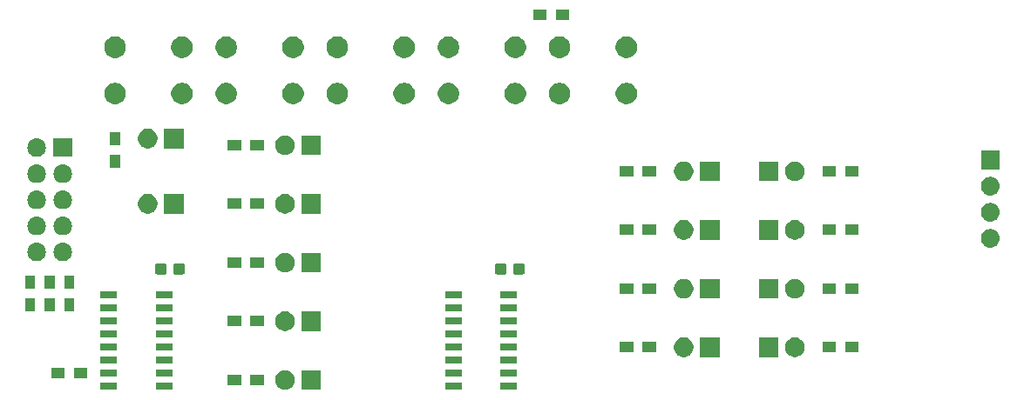
<source format=gbr>
G04 #@! TF.GenerationSoftware,KiCad,Pcbnew,(5.1.4)-1*
G04 #@! TF.CreationDate,2020-07-10T21:56:12+02:00*
G04 #@! TF.ProjectId,SBIO3,5342494f-332e-46b6-9963-61645f706362,rev?*
G04 #@! TF.SameCoordinates,Original*
G04 #@! TF.FileFunction,Soldermask,Top*
G04 #@! TF.FilePolarity,Negative*
%FSLAX46Y46*%
G04 Gerber Fmt 4.6, Leading zero omitted, Abs format (unit mm)*
G04 Created by KiCad (PCBNEW (5.1.4)-1) date 2020-07-10 21:56:12*
%MOMM*%
%LPD*%
G04 APERTURE LIST*
%ADD10C,0.100000*%
G04 APERTURE END LIST*
D10*
G36*
X123262000Y-175611000D02*
G01*
X121660000Y-175611000D01*
X121660000Y-174909000D01*
X123262000Y-174909000D01*
X123262000Y-175611000D01*
X123262000Y-175611000D01*
G37*
G36*
X117862000Y-175611000D02*
G01*
X116260000Y-175611000D01*
X116260000Y-174909000D01*
X117862000Y-174909000D01*
X117862000Y-175611000D01*
X117862000Y-175611000D01*
G37*
G36*
X84367000Y-175611000D02*
G01*
X82765000Y-175611000D01*
X82765000Y-174909000D01*
X84367000Y-174909000D01*
X84367000Y-175611000D01*
X84367000Y-175611000D01*
G37*
G36*
X89767000Y-175611000D02*
G01*
X88165000Y-175611000D01*
X88165000Y-174909000D01*
X89767000Y-174909000D01*
X89767000Y-175611000D01*
X89767000Y-175611000D01*
G37*
G36*
X104202000Y-175576000D02*
G01*
X102300000Y-175576000D01*
X102300000Y-173674000D01*
X104202000Y-173674000D01*
X104202000Y-175576000D01*
X104202000Y-175576000D01*
G37*
G36*
X100988395Y-173710546D02*
G01*
X101161466Y-173782234D01*
X101161467Y-173782235D01*
X101317227Y-173886310D01*
X101449690Y-174018773D01*
X101449691Y-174018775D01*
X101553766Y-174174534D01*
X101625454Y-174347605D01*
X101662000Y-174531333D01*
X101662000Y-174718667D01*
X101625454Y-174902395D01*
X101553766Y-175075466D01*
X101553765Y-175075467D01*
X101449690Y-175231227D01*
X101317227Y-175363690D01*
X101238818Y-175416081D01*
X101161466Y-175467766D01*
X100988395Y-175539454D01*
X100804667Y-175576000D01*
X100617333Y-175576000D01*
X100433605Y-175539454D01*
X100260534Y-175467766D01*
X100183182Y-175416081D01*
X100104773Y-175363690D01*
X99972310Y-175231227D01*
X99868235Y-175075467D01*
X99868234Y-175075466D01*
X99796546Y-174902395D01*
X99760000Y-174718667D01*
X99760000Y-174531333D01*
X99796546Y-174347605D01*
X99868234Y-174174534D01*
X99972309Y-174018775D01*
X99972310Y-174018773D01*
X100104773Y-173886310D01*
X100260533Y-173782235D01*
X100260534Y-173782234D01*
X100433605Y-173710546D01*
X100617333Y-173674000D01*
X100804667Y-173674000D01*
X100988395Y-173710546D01*
X100988395Y-173710546D01*
G37*
G36*
X98652000Y-175126000D02*
G01*
X97350000Y-175126000D01*
X97350000Y-174124000D01*
X98652000Y-174124000D01*
X98652000Y-175126000D01*
X98652000Y-175126000D01*
G37*
G36*
X96452000Y-175126000D02*
G01*
X95150000Y-175126000D01*
X95150000Y-174124000D01*
X96452000Y-174124000D01*
X96452000Y-175126000D01*
X96452000Y-175126000D01*
G37*
G36*
X81507000Y-174491000D02*
G01*
X80205000Y-174491000D01*
X80205000Y-173489000D01*
X81507000Y-173489000D01*
X81507000Y-174491000D01*
X81507000Y-174491000D01*
G37*
G36*
X79307000Y-174491000D02*
G01*
X78005000Y-174491000D01*
X78005000Y-173489000D01*
X79307000Y-173489000D01*
X79307000Y-174491000D01*
X79307000Y-174491000D01*
G37*
G36*
X89767000Y-174341000D02*
G01*
X88165000Y-174341000D01*
X88165000Y-173639000D01*
X89767000Y-173639000D01*
X89767000Y-174341000D01*
X89767000Y-174341000D01*
G37*
G36*
X84367000Y-174341000D02*
G01*
X82765000Y-174341000D01*
X82765000Y-173639000D01*
X84367000Y-173639000D01*
X84367000Y-174341000D01*
X84367000Y-174341000D01*
G37*
G36*
X123262000Y-174341000D02*
G01*
X121660000Y-174341000D01*
X121660000Y-173639000D01*
X123262000Y-173639000D01*
X123262000Y-174341000D01*
X123262000Y-174341000D01*
G37*
G36*
X117862000Y-174341000D02*
G01*
X116260000Y-174341000D01*
X116260000Y-173639000D01*
X117862000Y-173639000D01*
X117862000Y-174341000D01*
X117862000Y-174341000D01*
G37*
G36*
X89767000Y-173071000D02*
G01*
X88165000Y-173071000D01*
X88165000Y-172369000D01*
X89767000Y-172369000D01*
X89767000Y-173071000D01*
X89767000Y-173071000D01*
G37*
G36*
X123262000Y-173071000D02*
G01*
X121660000Y-173071000D01*
X121660000Y-172369000D01*
X123262000Y-172369000D01*
X123262000Y-173071000D01*
X123262000Y-173071000D01*
G37*
G36*
X117862000Y-173071000D02*
G01*
X116260000Y-173071000D01*
X116260000Y-172369000D01*
X117862000Y-172369000D01*
X117862000Y-173071000D01*
X117862000Y-173071000D01*
G37*
G36*
X84367000Y-173071000D02*
G01*
X82765000Y-173071000D01*
X82765000Y-172369000D01*
X84367000Y-172369000D01*
X84367000Y-173071000D01*
X84367000Y-173071000D01*
G37*
G36*
X139723395Y-170535546D02*
G01*
X139896466Y-170607234D01*
X139896467Y-170607235D01*
X140052227Y-170711310D01*
X140184690Y-170843773D01*
X140184691Y-170843775D01*
X140288766Y-170999534D01*
X140360454Y-171172605D01*
X140397000Y-171356333D01*
X140397000Y-171543667D01*
X140360454Y-171727395D01*
X140288766Y-171900466D01*
X140288765Y-171900467D01*
X140184690Y-172056227D01*
X140052227Y-172188690D01*
X139973818Y-172241081D01*
X139896466Y-172292766D01*
X139723395Y-172364454D01*
X139539667Y-172401000D01*
X139352333Y-172401000D01*
X139168605Y-172364454D01*
X138995534Y-172292766D01*
X138918182Y-172241081D01*
X138839773Y-172188690D01*
X138707310Y-172056227D01*
X138603235Y-171900467D01*
X138603234Y-171900466D01*
X138531546Y-171727395D01*
X138495000Y-171543667D01*
X138495000Y-171356333D01*
X138531546Y-171172605D01*
X138603234Y-170999534D01*
X138707309Y-170843775D01*
X138707310Y-170843773D01*
X138839773Y-170711310D01*
X138995533Y-170607235D01*
X138995534Y-170607234D01*
X139168605Y-170535546D01*
X139352333Y-170499000D01*
X139539667Y-170499000D01*
X139723395Y-170535546D01*
X139723395Y-170535546D01*
G37*
G36*
X142937000Y-172401000D02*
G01*
X141035000Y-172401000D01*
X141035000Y-170499000D01*
X142937000Y-170499000D01*
X142937000Y-172401000D01*
X142937000Y-172401000D01*
G37*
G36*
X148652000Y-172401000D02*
G01*
X146750000Y-172401000D01*
X146750000Y-170499000D01*
X148652000Y-170499000D01*
X148652000Y-172401000D01*
X148652000Y-172401000D01*
G37*
G36*
X150518395Y-170535546D02*
G01*
X150691466Y-170607234D01*
X150691467Y-170607235D01*
X150847227Y-170711310D01*
X150979690Y-170843773D01*
X150979691Y-170843775D01*
X151083766Y-170999534D01*
X151155454Y-171172605D01*
X151192000Y-171356333D01*
X151192000Y-171543667D01*
X151155454Y-171727395D01*
X151083766Y-171900466D01*
X151083765Y-171900467D01*
X150979690Y-172056227D01*
X150847227Y-172188690D01*
X150768818Y-172241081D01*
X150691466Y-172292766D01*
X150518395Y-172364454D01*
X150334667Y-172401000D01*
X150147333Y-172401000D01*
X149963605Y-172364454D01*
X149790534Y-172292766D01*
X149713182Y-172241081D01*
X149634773Y-172188690D01*
X149502310Y-172056227D01*
X149398235Y-171900467D01*
X149398234Y-171900466D01*
X149326546Y-171727395D01*
X149290000Y-171543667D01*
X149290000Y-171356333D01*
X149326546Y-171172605D01*
X149398234Y-170999534D01*
X149502309Y-170843775D01*
X149502310Y-170843773D01*
X149634773Y-170711310D01*
X149790533Y-170607235D01*
X149790534Y-170607234D01*
X149963605Y-170535546D01*
X150147333Y-170499000D01*
X150334667Y-170499000D01*
X150518395Y-170535546D01*
X150518395Y-170535546D01*
G37*
G36*
X156437000Y-171951000D02*
G01*
X155135000Y-171951000D01*
X155135000Y-170949000D01*
X156437000Y-170949000D01*
X156437000Y-171951000D01*
X156437000Y-171951000D01*
G37*
G36*
X154237000Y-171951000D02*
G01*
X152935000Y-171951000D01*
X152935000Y-170949000D01*
X154237000Y-170949000D01*
X154237000Y-171951000D01*
X154237000Y-171951000D01*
G37*
G36*
X134552000Y-171951000D02*
G01*
X133250000Y-171951000D01*
X133250000Y-170949000D01*
X134552000Y-170949000D01*
X134552000Y-171951000D01*
X134552000Y-171951000D01*
G37*
G36*
X136752000Y-171951000D02*
G01*
X135450000Y-171951000D01*
X135450000Y-170949000D01*
X136752000Y-170949000D01*
X136752000Y-171951000D01*
X136752000Y-171951000D01*
G37*
G36*
X117862000Y-171801000D02*
G01*
X116260000Y-171801000D01*
X116260000Y-171099000D01*
X117862000Y-171099000D01*
X117862000Y-171801000D01*
X117862000Y-171801000D01*
G37*
G36*
X123262000Y-171801000D02*
G01*
X121660000Y-171801000D01*
X121660000Y-171099000D01*
X123262000Y-171099000D01*
X123262000Y-171801000D01*
X123262000Y-171801000D01*
G37*
G36*
X84367000Y-171801000D02*
G01*
X82765000Y-171801000D01*
X82765000Y-171099000D01*
X84367000Y-171099000D01*
X84367000Y-171801000D01*
X84367000Y-171801000D01*
G37*
G36*
X89767000Y-171801000D02*
G01*
X88165000Y-171801000D01*
X88165000Y-171099000D01*
X89767000Y-171099000D01*
X89767000Y-171801000D01*
X89767000Y-171801000D01*
G37*
G36*
X89767000Y-170531000D02*
G01*
X88165000Y-170531000D01*
X88165000Y-169829000D01*
X89767000Y-169829000D01*
X89767000Y-170531000D01*
X89767000Y-170531000D01*
G37*
G36*
X123262000Y-170531000D02*
G01*
X121660000Y-170531000D01*
X121660000Y-169829000D01*
X123262000Y-169829000D01*
X123262000Y-170531000D01*
X123262000Y-170531000D01*
G37*
G36*
X117862000Y-170531000D02*
G01*
X116260000Y-170531000D01*
X116260000Y-169829000D01*
X117862000Y-169829000D01*
X117862000Y-170531000D01*
X117862000Y-170531000D01*
G37*
G36*
X84367000Y-170531000D02*
G01*
X82765000Y-170531000D01*
X82765000Y-169829000D01*
X84367000Y-169829000D01*
X84367000Y-170531000D01*
X84367000Y-170531000D01*
G37*
G36*
X100988395Y-167995546D02*
G01*
X101161466Y-168067234D01*
X101161467Y-168067235D01*
X101317227Y-168171310D01*
X101449690Y-168303773D01*
X101449691Y-168303775D01*
X101553766Y-168459534D01*
X101625454Y-168632605D01*
X101662000Y-168816333D01*
X101662000Y-169003667D01*
X101625454Y-169187395D01*
X101553766Y-169360466D01*
X101553765Y-169360467D01*
X101449690Y-169516227D01*
X101317227Y-169648690D01*
X101238818Y-169701081D01*
X101161466Y-169752766D01*
X100988395Y-169824454D01*
X100804667Y-169861000D01*
X100617333Y-169861000D01*
X100433605Y-169824454D01*
X100260534Y-169752766D01*
X100183182Y-169701081D01*
X100104773Y-169648690D01*
X99972310Y-169516227D01*
X99868235Y-169360467D01*
X99868234Y-169360466D01*
X99796546Y-169187395D01*
X99760000Y-169003667D01*
X99760000Y-168816333D01*
X99796546Y-168632605D01*
X99868234Y-168459534D01*
X99972309Y-168303775D01*
X99972310Y-168303773D01*
X100104773Y-168171310D01*
X100260533Y-168067235D01*
X100260534Y-168067234D01*
X100433605Y-167995546D01*
X100617333Y-167959000D01*
X100804667Y-167959000D01*
X100988395Y-167995546D01*
X100988395Y-167995546D01*
G37*
G36*
X104202000Y-169861000D02*
G01*
X102300000Y-169861000D01*
X102300000Y-167959000D01*
X104202000Y-167959000D01*
X104202000Y-169861000D01*
X104202000Y-169861000D01*
G37*
G36*
X96452000Y-169411000D02*
G01*
X95150000Y-169411000D01*
X95150000Y-168409000D01*
X96452000Y-168409000D01*
X96452000Y-169411000D01*
X96452000Y-169411000D01*
G37*
G36*
X98652000Y-169411000D02*
G01*
X97350000Y-169411000D01*
X97350000Y-168409000D01*
X98652000Y-168409000D01*
X98652000Y-169411000D01*
X98652000Y-169411000D01*
G37*
G36*
X123262000Y-169261000D02*
G01*
X121660000Y-169261000D01*
X121660000Y-168559000D01*
X123262000Y-168559000D01*
X123262000Y-169261000D01*
X123262000Y-169261000D01*
G37*
G36*
X117862000Y-169261000D02*
G01*
X116260000Y-169261000D01*
X116260000Y-168559000D01*
X117862000Y-168559000D01*
X117862000Y-169261000D01*
X117862000Y-169261000D01*
G37*
G36*
X84367000Y-169261000D02*
G01*
X82765000Y-169261000D01*
X82765000Y-168559000D01*
X84367000Y-168559000D01*
X84367000Y-169261000D01*
X84367000Y-169261000D01*
G37*
G36*
X89767000Y-169261000D02*
G01*
X88165000Y-169261000D01*
X88165000Y-168559000D01*
X89767000Y-168559000D01*
X89767000Y-169261000D01*
X89767000Y-169261000D01*
G37*
G36*
X117862000Y-167991000D02*
G01*
X116260000Y-167991000D01*
X116260000Y-167289000D01*
X117862000Y-167289000D01*
X117862000Y-167991000D01*
X117862000Y-167991000D01*
G37*
G36*
X89767000Y-167991000D02*
G01*
X88165000Y-167991000D01*
X88165000Y-167289000D01*
X89767000Y-167289000D01*
X89767000Y-167991000D01*
X89767000Y-167991000D01*
G37*
G36*
X123262000Y-167991000D02*
G01*
X121660000Y-167991000D01*
X121660000Y-167289000D01*
X123262000Y-167289000D01*
X123262000Y-167991000D01*
X123262000Y-167991000D01*
G37*
G36*
X84367000Y-167991000D02*
G01*
X82765000Y-167991000D01*
X82765000Y-167289000D01*
X84367000Y-167289000D01*
X84367000Y-167991000D01*
X84367000Y-167991000D01*
G37*
G36*
X80257000Y-167951000D02*
G01*
X79255000Y-167951000D01*
X79255000Y-166649000D01*
X80257000Y-166649000D01*
X80257000Y-167951000D01*
X80257000Y-167951000D01*
G37*
G36*
X78352000Y-167951000D02*
G01*
X77350000Y-167951000D01*
X77350000Y-166649000D01*
X78352000Y-166649000D01*
X78352000Y-167951000D01*
X78352000Y-167951000D01*
G37*
G36*
X76447000Y-167951000D02*
G01*
X75445000Y-167951000D01*
X75445000Y-166649000D01*
X76447000Y-166649000D01*
X76447000Y-167951000D01*
X76447000Y-167951000D01*
G37*
G36*
X117862000Y-166721000D02*
G01*
X116260000Y-166721000D01*
X116260000Y-166019000D01*
X117862000Y-166019000D01*
X117862000Y-166721000D01*
X117862000Y-166721000D01*
G37*
G36*
X123262000Y-166721000D02*
G01*
X121660000Y-166721000D01*
X121660000Y-166019000D01*
X123262000Y-166019000D01*
X123262000Y-166721000D01*
X123262000Y-166721000D01*
G37*
G36*
X84367000Y-166721000D02*
G01*
X82765000Y-166721000D01*
X82765000Y-166019000D01*
X84367000Y-166019000D01*
X84367000Y-166721000D01*
X84367000Y-166721000D01*
G37*
G36*
X89767000Y-166721000D02*
G01*
X88165000Y-166721000D01*
X88165000Y-166019000D01*
X89767000Y-166019000D01*
X89767000Y-166721000D01*
X89767000Y-166721000D01*
G37*
G36*
X148652000Y-166686000D02*
G01*
X146750000Y-166686000D01*
X146750000Y-164784000D01*
X148652000Y-164784000D01*
X148652000Y-166686000D01*
X148652000Y-166686000D01*
G37*
G36*
X139723395Y-164820546D02*
G01*
X139896466Y-164892234D01*
X139896467Y-164892235D01*
X140052227Y-164996310D01*
X140184690Y-165128773D01*
X140184691Y-165128775D01*
X140288766Y-165284534D01*
X140360454Y-165457605D01*
X140397000Y-165641333D01*
X140397000Y-165828667D01*
X140360454Y-166012395D01*
X140288766Y-166185466D01*
X140288765Y-166185467D01*
X140184690Y-166341227D01*
X140052227Y-166473690D01*
X139973818Y-166526081D01*
X139896466Y-166577766D01*
X139723395Y-166649454D01*
X139539667Y-166686000D01*
X139352333Y-166686000D01*
X139168605Y-166649454D01*
X138995534Y-166577766D01*
X138918182Y-166526081D01*
X138839773Y-166473690D01*
X138707310Y-166341227D01*
X138603235Y-166185467D01*
X138603234Y-166185466D01*
X138531546Y-166012395D01*
X138495000Y-165828667D01*
X138495000Y-165641333D01*
X138531546Y-165457605D01*
X138603234Y-165284534D01*
X138707309Y-165128775D01*
X138707310Y-165128773D01*
X138839773Y-164996310D01*
X138995533Y-164892235D01*
X138995534Y-164892234D01*
X139168605Y-164820546D01*
X139352333Y-164784000D01*
X139539667Y-164784000D01*
X139723395Y-164820546D01*
X139723395Y-164820546D01*
G37*
G36*
X142937000Y-166686000D02*
G01*
X141035000Y-166686000D01*
X141035000Y-164784000D01*
X142937000Y-164784000D01*
X142937000Y-166686000D01*
X142937000Y-166686000D01*
G37*
G36*
X150518395Y-164820546D02*
G01*
X150691466Y-164892234D01*
X150691467Y-164892235D01*
X150847227Y-164996310D01*
X150979690Y-165128773D01*
X150979691Y-165128775D01*
X151083766Y-165284534D01*
X151155454Y-165457605D01*
X151192000Y-165641333D01*
X151192000Y-165828667D01*
X151155454Y-166012395D01*
X151083766Y-166185466D01*
X151083765Y-166185467D01*
X150979690Y-166341227D01*
X150847227Y-166473690D01*
X150768818Y-166526081D01*
X150691466Y-166577766D01*
X150518395Y-166649454D01*
X150334667Y-166686000D01*
X150147333Y-166686000D01*
X149963605Y-166649454D01*
X149790534Y-166577766D01*
X149713182Y-166526081D01*
X149634773Y-166473690D01*
X149502310Y-166341227D01*
X149398235Y-166185467D01*
X149398234Y-166185466D01*
X149326546Y-166012395D01*
X149290000Y-165828667D01*
X149290000Y-165641333D01*
X149326546Y-165457605D01*
X149398234Y-165284534D01*
X149502309Y-165128775D01*
X149502310Y-165128773D01*
X149634773Y-164996310D01*
X149790533Y-164892235D01*
X149790534Y-164892234D01*
X149963605Y-164820546D01*
X150147333Y-164784000D01*
X150334667Y-164784000D01*
X150518395Y-164820546D01*
X150518395Y-164820546D01*
G37*
G36*
X154237000Y-166236000D02*
G01*
X152935000Y-166236000D01*
X152935000Y-165234000D01*
X154237000Y-165234000D01*
X154237000Y-166236000D01*
X154237000Y-166236000D01*
G37*
G36*
X134552000Y-166236000D02*
G01*
X133250000Y-166236000D01*
X133250000Y-165234000D01*
X134552000Y-165234000D01*
X134552000Y-166236000D01*
X134552000Y-166236000D01*
G37*
G36*
X136752000Y-166236000D02*
G01*
X135450000Y-166236000D01*
X135450000Y-165234000D01*
X136752000Y-165234000D01*
X136752000Y-166236000D01*
X136752000Y-166236000D01*
G37*
G36*
X156437000Y-166236000D02*
G01*
X155135000Y-166236000D01*
X155135000Y-165234000D01*
X156437000Y-165234000D01*
X156437000Y-166236000D01*
X156437000Y-166236000D01*
G37*
G36*
X80257000Y-165751000D02*
G01*
X79255000Y-165751000D01*
X79255000Y-164449000D01*
X80257000Y-164449000D01*
X80257000Y-165751000D01*
X80257000Y-165751000D01*
G37*
G36*
X76447000Y-165751000D02*
G01*
X75445000Y-165751000D01*
X75445000Y-164449000D01*
X76447000Y-164449000D01*
X76447000Y-165751000D01*
X76447000Y-165751000D01*
G37*
G36*
X78352000Y-165751000D02*
G01*
X77350000Y-165751000D01*
X77350000Y-164449000D01*
X78352000Y-164449000D01*
X78352000Y-165751000D01*
X78352000Y-165751000D01*
G37*
G36*
X122094499Y-163308445D02*
G01*
X122131995Y-163319820D01*
X122166554Y-163338292D01*
X122196847Y-163363153D01*
X122221708Y-163393446D01*
X122240180Y-163428005D01*
X122251555Y-163465501D01*
X122256000Y-163510638D01*
X122256000Y-164149362D01*
X122251555Y-164194499D01*
X122240180Y-164231995D01*
X122221708Y-164266554D01*
X122196847Y-164296847D01*
X122166554Y-164321708D01*
X122131995Y-164340180D01*
X122094499Y-164351555D01*
X122049362Y-164356000D01*
X121310638Y-164356000D01*
X121265501Y-164351555D01*
X121228005Y-164340180D01*
X121193446Y-164321708D01*
X121163153Y-164296847D01*
X121138292Y-164266554D01*
X121119820Y-164231995D01*
X121108445Y-164194499D01*
X121104000Y-164149362D01*
X121104000Y-163510638D01*
X121108445Y-163465501D01*
X121119820Y-163428005D01*
X121138292Y-163393446D01*
X121163153Y-163363153D01*
X121193446Y-163338292D01*
X121228005Y-163319820D01*
X121265501Y-163308445D01*
X121310638Y-163304000D01*
X122049362Y-163304000D01*
X122094499Y-163308445D01*
X122094499Y-163308445D01*
G37*
G36*
X123844499Y-163308445D02*
G01*
X123881995Y-163319820D01*
X123916554Y-163338292D01*
X123946847Y-163363153D01*
X123971708Y-163393446D01*
X123990180Y-163428005D01*
X124001555Y-163465501D01*
X124006000Y-163510638D01*
X124006000Y-164149362D01*
X124001555Y-164194499D01*
X123990180Y-164231995D01*
X123971708Y-164266554D01*
X123946847Y-164296847D01*
X123916554Y-164321708D01*
X123881995Y-164340180D01*
X123844499Y-164351555D01*
X123799362Y-164356000D01*
X123060638Y-164356000D01*
X123015501Y-164351555D01*
X122978005Y-164340180D01*
X122943446Y-164321708D01*
X122913153Y-164296847D01*
X122888292Y-164266554D01*
X122869820Y-164231995D01*
X122858445Y-164194499D01*
X122854000Y-164149362D01*
X122854000Y-163510638D01*
X122858445Y-163465501D01*
X122869820Y-163428005D01*
X122888292Y-163393446D01*
X122913153Y-163363153D01*
X122943446Y-163338292D01*
X122978005Y-163319820D01*
X123015501Y-163308445D01*
X123060638Y-163304000D01*
X123799362Y-163304000D01*
X123844499Y-163308445D01*
X123844499Y-163308445D01*
G37*
G36*
X89074499Y-163308445D02*
G01*
X89111995Y-163319820D01*
X89146554Y-163338292D01*
X89176847Y-163363153D01*
X89201708Y-163393446D01*
X89220180Y-163428005D01*
X89231555Y-163465501D01*
X89236000Y-163510638D01*
X89236000Y-164149362D01*
X89231555Y-164194499D01*
X89220180Y-164231995D01*
X89201708Y-164266554D01*
X89176847Y-164296847D01*
X89146554Y-164321708D01*
X89111995Y-164340180D01*
X89074499Y-164351555D01*
X89029362Y-164356000D01*
X88290638Y-164356000D01*
X88245501Y-164351555D01*
X88208005Y-164340180D01*
X88173446Y-164321708D01*
X88143153Y-164296847D01*
X88118292Y-164266554D01*
X88099820Y-164231995D01*
X88088445Y-164194499D01*
X88084000Y-164149362D01*
X88084000Y-163510638D01*
X88088445Y-163465501D01*
X88099820Y-163428005D01*
X88118292Y-163393446D01*
X88143153Y-163363153D01*
X88173446Y-163338292D01*
X88208005Y-163319820D01*
X88245501Y-163308445D01*
X88290638Y-163304000D01*
X89029362Y-163304000D01*
X89074499Y-163308445D01*
X89074499Y-163308445D01*
G37*
G36*
X90824499Y-163308445D02*
G01*
X90861995Y-163319820D01*
X90896554Y-163338292D01*
X90926847Y-163363153D01*
X90951708Y-163393446D01*
X90970180Y-163428005D01*
X90981555Y-163465501D01*
X90986000Y-163510638D01*
X90986000Y-164149362D01*
X90981555Y-164194499D01*
X90970180Y-164231995D01*
X90951708Y-164266554D01*
X90926847Y-164296847D01*
X90896554Y-164321708D01*
X90861995Y-164340180D01*
X90824499Y-164351555D01*
X90779362Y-164356000D01*
X90040638Y-164356000D01*
X89995501Y-164351555D01*
X89958005Y-164340180D01*
X89923446Y-164321708D01*
X89893153Y-164296847D01*
X89868292Y-164266554D01*
X89849820Y-164231995D01*
X89838445Y-164194499D01*
X89834000Y-164149362D01*
X89834000Y-163510638D01*
X89838445Y-163465501D01*
X89849820Y-163428005D01*
X89868292Y-163393446D01*
X89893153Y-163363153D01*
X89923446Y-163338292D01*
X89958005Y-163319820D01*
X89995501Y-163308445D01*
X90040638Y-163304000D01*
X90779362Y-163304000D01*
X90824499Y-163308445D01*
X90824499Y-163308445D01*
G37*
G36*
X100988395Y-162280546D02*
G01*
X101161466Y-162352234D01*
X101161467Y-162352235D01*
X101317227Y-162456310D01*
X101449690Y-162588773D01*
X101449691Y-162588775D01*
X101553766Y-162744534D01*
X101625454Y-162917605D01*
X101662000Y-163101333D01*
X101662000Y-163288667D01*
X101625454Y-163472395D01*
X101553766Y-163645466D01*
X101553765Y-163645467D01*
X101449690Y-163801227D01*
X101317227Y-163933690D01*
X101238818Y-163986081D01*
X101161466Y-164037766D01*
X100988395Y-164109454D01*
X100804667Y-164146000D01*
X100617333Y-164146000D01*
X100433605Y-164109454D01*
X100260534Y-164037766D01*
X100183182Y-163986081D01*
X100104773Y-163933690D01*
X99972310Y-163801227D01*
X99868235Y-163645467D01*
X99868234Y-163645466D01*
X99796546Y-163472395D01*
X99760000Y-163288667D01*
X99760000Y-163101333D01*
X99796546Y-162917605D01*
X99868234Y-162744534D01*
X99972309Y-162588775D01*
X99972310Y-162588773D01*
X100104773Y-162456310D01*
X100260533Y-162352235D01*
X100260534Y-162352234D01*
X100433605Y-162280546D01*
X100617333Y-162244000D01*
X100804667Y-162244000D01*
X100988395Y-162280546D01*
X100988395Y-162280546D01*
G37*
G36*
X104202000Y-164146000D02*
G01*
X102300000Y-164146000D01*
X102300000Y-162244000D01*
X104202000Y-162244000D01*
X104202000Y-164146000D01*
X104202000Y-164146000D01*
G37*
G36*
X98652000Y-163696000D02*
G01*
X97350000Y-163696000D01*
X97350000Y-162694000D01*
X98652000Y-162694000D01*
X98652000Y-163696000D01*
X98652000Y-163696000D01*
G37*
G36*
X96452000Y-163696000D02*
G01*
X95150000Y-163696000D01*
X95150000Y-162694000D01*
X96452000Y-162694000D01*
X96452000Y-163696000D01*
X96452000Y-163696000D01*
G37*
G36*
X76691443Y-161284519D02*
G01*
X76757627Y-161291037D01*
X76927466Y-161342557D01*
X77083991Y-161426222D01*
X77119729Y-161455552D01*
X77221186Y-161538814D01*
X77304448Y-161640271D01*
X77333778Y-161676009D01*
X77417443Y-161832534D01*
X77468963Y-162002373D01*
X77486359Y-162179000D01*
X77468963Y-162355627D01*
X77417443Y-162525466D01*
X77333778Y-162681991D01*
X77323922Y-162694000D01*
X77221186Y-162819186D01*
X77119729Y-162902448D01*
X77083991Y-162931778D01*
X76927466Y-163015443D01*
X76757627Y-163066963D01*
X76691442Y-163073482D01*
X76625260Y-163080000D01*
X76536740Y-163080000D01*
X76470558Y-163073482D01*
X76404373Y-163066963D01*
X76234534Y-163015443D01*
X76078009Y-162931778D01*
X76042271Y-162902448D01*
X75940814Y-162819186D01*
X75838078Y-162694000D01*
X75828222Y-162681991D01*
X75744557Y-162525466D01*
X75693037Y-162355627D01*
X75675641Y-162179000D01*
X75693037Y-162002373D01*
X75744557Y-161832534D01*
X75828222Y-161676009D01*
X75857552Y-161640271D01*
X75940814Y-161538814D01*
X76042271Y-161455552D01*
X76078009Y-161426222D01*
X76234534Y-161342557D01*
X76404373Y-161291037D01*
X76470557Y-161284519D01*
X76536740Y-161278000D01*
X76625260Y-161278000D01*
X76691443Y-161284519D01*
X76691443Y-161284519D01*
G37*
G36*
X79231443Y-161284519D02*
G01*
X79297627Y-161291037D01*
X79467466Y-161342557D01*
X79623991Y-161426222D01*
X79659729Y-161455552D01*
X79761186Y-161538814D01*
X79844448Y-161640271D01*
X79873778Y-161676009D01*
X79957443Y-161832534D01*
X80008963Y-162002373D01*
X80026359Y-162179000D01*
X80008963Y-162355627D01*
X79957443Y-162525466D01*
X79873778Y-162681991D01*
X79863922Y-162694000D01*
X79761186Y-162819186D01*
X79659729Y-162902448D01*
X79623991Y-162931778D01*
X79467466Y-163015443D01*
X79297627Y-163066963D01*
X79231442Y-163073482D01*
X79165260Y-163080000D01*
X79076740Y-163080000D01*
X79010558Y-163073482D01*
X78944373Y-163066963D01*
X78774534Y-163015443D01*
X78618009Y-162931778D01*
X78582271Y-162902448D01*
X78480814Y-162819186D01*
X78378078Y-162694000D01*
X78368222Y-162681991D01*
X78284557Y-162525466D01*
X78233037Y-162355627D01*
X78215641Y-162179000D01*
X78233037Y-162002373D01*
X78284557Y-161832534D01*
X78368222Y-161676009D01*
X78397552Y-161640271D01*
X78480814Y-161538814D01*
X78582271Y-161455552D01*
X78618009Y-161426222D01*
X78774534Y-161342557D01*
X78944373Y-161291037D01*
X79010557Y-161284519D01*
X79076740Y-161278000D01*
X79165260Y-161278000D01*
X79231443Y-161284519D01*
X79231443Y-161284519D01*
G37*
G36*
X169337942Y-159951018D02*
G01*
X169404127Y-159957537D01*
X169573966Y-160009057D01*
X169730491Y-160092722D01*
X169756010Y-160113665D01*
X169867686Y-160205314D01*
X169950948Y-160306771D01*
X169980278Y-160342509D01*
X170063943Y-160499034D01*
X170115463Y-160668873D01*
X170132859Y-160845500D01*
X170115463Y-161022127D01*
X170063943Y-161191966D01*
X169980278Y-161348491D01*
X169950948Y-161384229D01*
X169867686Y-161485686D01*
X169766229Y-161568948D01*
X169730491Y-161598278D01*
X169573966Y-161681943D01*
X169404127Y-161733463D01*
X169337942Y-161739982D01*
X169271760Y-161746500D01*
X169183240Y-161746500D01*
X169117058Y-161739982D01*
X169050873Y-161733463D01*
X168881034Y-161681943D01*
X168724509Y-161598278D01*
X168688771Y-161568948D01*
X168587314Y-161485686D01*
X168504052Y-161384229D01*
X168474722Y-161348491D01*
X168391057Y-161191966D01*
X168339537Y-161022127D01*
X168322141Y-160845500D01*
X168339537Y-160668873D01*
X168391057Y-160499034D01*
X168474722Y-160342509D01*
X168504052Y-160306771D01*
X168587314Y-160205314D01*
X168698990Y-160113665D01*
X168724509Y-160092722D01*
X168881034Y-160009057D01*
X169050873Y-159957537D01*
X169117058Y-159951018D01*
X169183240Y-159944500D01*
X169271760Y-159944500D01*
X169337942Y-159951018D01*
X169337942Y-159951018D01*
G37*
G36*
X150518395Y-159105546D02*
G01*
X150691466Y-159177234D01*
X150768818Y-159228919D01*
X150847227Y-159281310D01*
X150979690Y-159413773D01*
X150979691Y-159413775D01*
X151083766Y-159569534D01*
X151155454Y-159742605D01*
X151192000Y-159926333D01*
X151192000Y-160113667D01*
X151155454Y-160297395D01*
X151083766Y-160470466D01*
X151083765Y-160470467D01*
X150979690Y-160626227D01*
X150847227Y-160758690D01*
X150768818Y-160811081D01*
X150691466Y-160862766D01*
X150518395Y-160934454D01*
X150334667Y-160971000D01*
X150147333Y-160971000D01*
X149963605Y-160934454D01*
X149790534Y-160862766D01*
X149713182Y-160811081D01*
X149634773Y-160758690D01*
X149502310Y-160626227D01*
X149398235Y-160470467D01*
X149398234Y-160470466D01*
X149326546Y-160297395D01*
X149290000Y-160113667D01*
X149290000Y-159926333D01*
X149326546Y-159742605D01*
X149398234Y-159569534D01*
X149502309Y-159413775D01*
X149502310Y-159413773D01*
X149634773Y-159281310D01*
X149713182Y-159228919D01*
X149790534Y-159177234D01*
X149963605Y-159105546D01*
X150147333Y-159069000D01*
X150334667Y-159069000D01*
X150518395Y-159105546D01*
X150518395Y-159105546D01*
G37*
G36*
X148652000Y-160971000D02*
G01*
X146750000Y-160971000D01*
X146750000Y-159069000D01*
X148652000Y-159069000D01*
X148652000Y-160971000D01*
X148652000Y-160971000D01*
G37*
G36*
X139723395Y-159105546D02*
G01*
X139896466Y-159177234D01*
X139973818Y-159228919D01*
X140052227Y-159281310D01*
X140184690Y-159413773D01*
X140184691Y-159413775D01*
X140288766Y-159569534D01*
X140360454Y-159742605D01*
X140397000Y-159926333D01*
X140397000Y-160113667D01*
X140360454Y-160297395D01*
X140288766Y-160470466D01*
X140288765Y-160470467D01*
X140184690Y-160626227D01*
X140052227Y-160758690D01*
X139973818Y-160811081D01*
X139896466Y-160862766D01*
X139723395Y-160934454D01*
X139539667Y-160971000D01*
X139352333Y-160971000D01*
X139168605Y-160934454D01*
X138995534Y-160862766D01*
X138918182Y-160811081D01*
X138839773Y-160758690D01*
X138707310Y-160626227D01*
X138603235Y-160470467D01*
X138603234Y-160470466D01*
X138531546Y-160297395D01*
X138495000Y-160113667D01*
X138495000Y-159926333D01*
X138531546Y-159742605D01*
X138603234Y-159569534D01*
X138707309Y-159413775D01*
X138707310Y-159413773D01*
X138839773Y-159281310D01*
X138918182Y-159228919D01*
X138995534Y-159177234D01*
X139168605Y-159105546D01*
X139352333Y-159069000D01*
X139539667Y-159069000D01*
X139723395Y-159105546D01*
X139723395Y-159105546D01*
G37*
G36*
X142937000Y-160971000D02*
G01*
X141035000Y-160971000D01*
X141035000Y-159069000D01*
X142937000Y-159069000D01*
X142937000Y-160971000D01*
X142937000Y-160971000D01*
G37*
G36*
X76691442Y-158744518D02*
G01*
X76757627Y-158751037D01*
X76927466Y-158802557D01*
X77083991Y-158886222D01*
X77119729Y-158915552D01*
X77221186Y-158998814D01*
X77278785Y-159069000D01*
X77333778Y-159136009D01*
X77417443Y-159292534D01*
X77468963Y-159462373D01*
X77486359Y-159639000D01*
X77468963Y-159815627D01*
X77417443Y-159985466D01*
X77333778Y-160141991D01*
X77304448Y-160177729D01*
X77221186Y-160279186D01*
X77144023Y-160342511D01*
X77083991Y-160391778D01*
X76927466Y-160475443D01*
X76757627Y-160526963D01*
X76691442Y-160533482D01*
X76625260Y-160540000D01*
X76536740Y-160540000D01*
X76470558Y-160533482D01*
X76404373Y-160526963D01*
X76234534Y-160475443D01*
X76078009Y-160391778D01*
X76017977Y-160342511D01*
X75940814Y-160279186D01*
X75857552Y-160177729D01*
X75828222Y-160141991D01*
X75744557Y-159985466D01*
X75693037Y-159815627D01*
X75675641Y-159639000D01*
X75693037Y-159462373D01*
X75744557Y-159292534D01*
X75828222Y-159136009D01*
X75883215Y-159069000D01*
X75940814Y-158998814D01*
X76042271Y-158915552D01*
X76078009Y-158886222D01*
X76234534Y-158802557D01*
X76404373Y-158751037D01*
X76470558Y-158744518D01*
X76536740Y-158738000D01*
X76625260Y-158738000D01*
X76691442Y-158744518D01*
X76691442Y-158744518D01*
G37*
G36*
X79231442Y-158744518D02*
G01*
X79297627Y-158751037D01*
X79467466Y-158802557D01*
X79623991Y-158886222D01*
X79659729Y-158915552D01*
X79761186Y-158998814D01*
X79818785Y-159069000D01*
X79873778Y-159136009D01*
X79957443Y-159292534D01*
X80008963Y-159462373D01*
X80026359Y-159639000D01*
X80008963Y-159815627D01*
X79957443Y-159985466D01*
X79873778Y-160141991D01*
X79844448Y-160177729D01*
X79761186Y-160279186D01*
X79684023Y-160342511D01*
X79623991Y-160391778D01*
X79467466Y-160475443D01*
X79297627Y-160526963D01*
X79231442Y-160533482D01*
X79165260Y-160540000D01*
X79076740Y-160540000D01*
X79010558Y-160533482D01*
X78944373Y-160526963D01*
X78774534Y-160475443D01*
X78618009Y-160391778D01*
X78557977Y-160342511D01*
X78480814Y-160279186D01*
X78397552Y-160177729D01*
X78368222Y-160141991D01*
X78284557Y-159985466D01*
X78233037Y-159815627D01*
X78215641Y-159639000D01*
X78233037Y-159462373D01*
X78284557Y-159292534D01*
X78368222Y-159136009D01*
X78423215Y-159069000D01*
X78480814Y-158998814D01*
X78582271Y-158915552D01*
X78618009Y-158886222D01*
X78774534Y-158802557D01*
X78944373Y-158751037D01*
X79010558Y-158744518D01*
X79076740Y-158738000D01*
X79165260Y-158738000D01*
X79231442Y-158744518D01*
X79231442Y-158744518D01*
G37*
G36*
X156437000Y-160521000D02*
G01*
X155135000Y-160521000D01*
X155135000Y-159519000D01*
X156437000Y-159519000D01*
X156437000Y-160521000D01*
X156437000Y-160521000D01*
G37*
G36*
X134552000Y-160521000D02*
G01*
X133250000Y-160521000D01*
X133250000Y-159519000D01*
X134552000Y-159519000D01*
X134552000Y-160521000D01*
X134552000Y-160521000D01*
G37*
G36*
X136752000Y-160521000D02*
G01*
X135450000Y-160521000D01*
X135450000Y-159519000D01*
X136752000Y-159519000D01*
X136752000Y-160521000D01*
X136752000Y-160521000D01*
G37*
G36*
X154237000Y-160521000D02*
G01*
X152935000Y-160521000D01*
X152935000Y-159519000D01*
X154237000Y-159519000D01*
X154237000Y-160521000D01*
X154237000Y-160521000D01*
G37*
G36*
X169337942Y-157411018D02*
G01*
X169404127Y-157417537D01*
X169573966Y-157469057D01*
X169730491Y-157552722D01*
X169756010Y-157573665D01*
X169867686Y-157665314D01*
X169950948Y-157766771D01*
X169980278Y-157802509D01*
X170063943Y-157959034D01*
X170115463Y-158128873D01*
X170132859Y-158305500D01*
X170115463Y-158482127D01*
X170063943Y-158651966D01*
X169980278Y-158808491D01*
X169950948Y-158844229D01*
X169867686Y-158945686D01*
X169766229Y-159028948D01*
X169730491Y-159058278D01*
X169573966Y-159141943D01*
X169404127Y-159193463D01*
X169337942Y-159199982D01*
X169271760Y-159206500D01*
X169183240Y-159206500D01*
X169117058Y-159199982D01*
X169050873Y-159193463D01*
X168881034Y-159141943D01*
X168724509Y-159058278D01*
X168688771Y-159028948D01*
X168587314Y-158945686D01*
X168504052Y-158844229D01*
X168474722Y-158808491D01*
X168391057Y-158651966D01*
X168339537Y-158482127D01*
X168322141Y-158305500D01*
X168339537Y-158128873D01*
X168391057Y-157959034D01*
X168474722Y-157802509D01*
X168504052Y-157766771D01*
X168587314Y-157665314D01*
X168698990Y-157573665D01*
X168724509Y-157552722D01*
X168881034Y-157469057D01*
X169050873Y-157417537D01*
X169117058Y-157411018D01*
X169183240Y-157404500D01*
X169271760Y-157404500D01*
X169337942Y-157411018D01*
X169337942Y-157411018D01*
G37*
G36*
X87653395Y-156565546D02*
G01*
X87826466Y-156637234D01*
X87903818Y-156688919D01*
X87982227Y-156741310D01*
X88114690Y-156873773D01*
X88114691Y-156873775D01*
X88218766Y-157029534D01*
X88290454Y-157202605D01*
X88327000Y-157386333D01*
X88327000Y-157573667D01*
X88290454Y-157757395D01*
X88218766Y-157930466D01*
X88218765Y-157930467D01*
X88114690Y-158086227D01*
X87982227Y-158218690D01*
X87903818Y-158271081D01*
X87826466Y-158322766D01*
X87653395Y-158394454D01*
X87469667Y-158431000D01*
X87282333Y-158431000D01*
X87098605Y-158394454D01*
X86925534Y-158322766D01*
X86848182Y-158271081D01*
X86769773Y-158218690D01*
X86637310Y-158086227D01*
X86533235Y-157930467D01*
X86533234Y-157930466D01*
X86461546Y-157757395D01*
X86425000Y-157573667D01*
X86425000Y-157386333D01*
X86461546Y-157202605D01*
X86533234Y-157029534D01*
X86637309Y-156873775D01*
X86637310Y-156873773D01*
X86769773Y-156741310D01*
X86848182Y-156688919D01*
X86925534Y-156637234D01*
X87098605Y-156565546D01*
X87282333Y-156529000D01*
X87469667Y-156529000D01*
X87653395Y-156565546D01*
X87653395Y-156565546D01*
G37*
G36*
X100988395Y-156565546D02*
G01*
X101161466Y-156637234D01*
X101238818Y-156688919D01*
X101317227Y-156741310D01*
X101449690Y-156873773D01*
X101449691Y-156873775D01*
X101553766Y-157029534D01*
X101625454Y-157202605D01*
X101662000Y-157386333D01*
X101662000Y-157573667D01*
X101625454Y-157757395D01*
X101553766Y-157930466D01*
X101553765Y-157930467D01*
X101449690Y-158086227D01*
X101317227Y-158218690D01*
X101238818Y-158271081D01*
X101161466Y-158322766D01*
X100988395Y-158394454D01*
X100804667Y-158431000D01*
X100617333Y-158431000D01*
X100433605Y-158394454D01*
X100260534Y-158322766D01*
X100183182Y-158271081D01*
X100104773Y-158218690D01*
X99972310Y-158086227D01*
X99868235Y-157930467D01*
X99868234Y-157930466D01*
X99796546Y-157757395D01*
X99760000Y-157573667D01*
X99760000Y-157386333D01*
X99796546Y-157202605D01*
X99868234Y-157029534D01*
X99972309Y-156873775D01*
X99972310Y-156873773D01*
X100104773Y-156741310D01*
X100183182Y-156688919D01*
X100260534Y-156637234D01*
X100433605Y-156565546D01*
X100617333Y-156529000D01*
X100804667Y-156529000D01*
X100988395Y-156565546D01*
X100988395Y-156565546D01*
G37*
G36*
X90867000Y-158431000D02*
G01*
X88965000Y-158431000D01*
X88965000Y-156529000D01*
X90867000Y-156529000D01*
X90867000Y-158431000D01*
X90867000Y-158431000D01*
G37*
G36*
X104202000Y-158431000D02*
G01*
X102300000Y-158431000D01*
X102300000Y-156529000D01*
X104202000Y-156529000D01*
X104202000Y-158431000D01*
X104202000Y-158431000D01*
G37*
G36*
X79231442Y-156204518D02*
G01*
X79297627Y-156211037D01*
X79467466Y-156262557D01*
X79623991Y-156346222D01*
X79659729Y-156375552D01*
X79761186Y-156458814D01*
X79818785Y-156529000D01*
X79873778Y-156596009D01*
X79957443Y-156752534D01*
X80008963Y-156922373D01*
X80026359Y-157099000D01*
X80008963Y-157275627D01*
X79957443Y-157445466D01*
X79873778Y-157601991D01*
X79844448Y-157637729D01*
X79761186Y-157739186D01*
X79684023Y-157802511D01*
X79623991Y-157851778D01*
X79467466Y-157935443D01*
X79297627Y-157986963D01*
X79231443Y-157993481D01*
X79165260Y-158000000D01*
X79076740Y-158000000D01*
X79010557Y-157993481D01*
X78944373Y-157986963D01*
X78774534Y-157935443D01*
X78618009Y-157851778D01*
X78557977Y-157802511D01*
X78480814Y-157739186D01*
X78397552Y-157637729D01*
X78368222Y-157601991D01*
X78284557Y-157445466D01*
X78233037Y-157275627D01*
X78215641Y-157099000D01*
X78233037Y-156922373D01*
X78284557Y-156752534D01*
X78368222Y-156596009D01*
X78423215Y-156529000D01*
X78480814Y-156458814D01*
X78582271Y-156375552D01*
X78618009Y-156346222D01*
X78774534Y-156262557D01*
X78944373Y-156211037D01*
X79010558Y-156204518D01*
X79076740Y-156198000D01*
X79165260Y-156198000D01*
X79231442Y-156204518D01*
X79231442Y-156204518D01*
G37*
G36*
X76691442Y-156204518D02*
G01*
X76757627Y-156211037D01*
X76927466Y-156262557D01*
X77083991Y-156346222D01*
X77119729Y-156375552D01*
X77221186Y-156458814D01*
X77278785Y-156529000D01*
X77333778Y-156596009D01*
X77417443Y-156752534D01*
X77468963Y-156922373D01*
X77486359Y-157099000D01*
X77468963Y-157275627D01*
X77417443Y-157445466D01*
X77333778Y-157601991D01*
X77304448Y-157637729D01*
X77221186Y-157739186D01*
X77144023Y-157802511D01*
X77083991Y-157851778D01*
X76927466Y-157935443D01*
X76757627Y-157986963D01*
X76691443Y-157993481D01*
X76625260Y-158000000D01*
X76536740Y-158000000D01*
X76470557Y-157993481D01*
X76404373Y-157986963D01*
X76234534Y-157935443D01*
X76078009Y-157851778D01*
X76017977Y-157802511D01*
X75940814Y-157739186D01*
X75857552Y-157637729D01*
X75828222Y-157601991D01*
X75744557Y-157445466D01*
X75693037Y-157275627D01*
X75675641Y-157099000D01*
X75693037Y-156922373D01*
X75744557Y-156752534D01*
X75828222Y-156596009D01*
X75883215Y-156529000D01*
X75940814Y-156458814D01*
X76042271Y-156375552D01*
X76078009Y-156346222D01*
X76234534Y-156262557D01*
X76404373Y-156211037D01*
X76470558Y-156204518D01*
X76536740Y-156198000D01*
X76625260Y-156198000D01*
X76691442Y-156204518D01*
X76691442Y-156204518D01*
G37*
G36*
X96452000Y-157981000D02*
G01*
X95150000Y-157981000D01*
X95150000Y-156979000D01*
X96452000Y-156979000D01*
X96452000Y-157981000D01*
X96452000Y-157981000D01*
G37*
G36*
X98652000Y-157981000D02*
G01*
X97350000Y-157981000D01*
X97350000Y-156979000D01*
X98652000Y-156979000D01*
X98652000Y-157981000D01*
X98652000Y-157981000D01*
G37*
G36*
X169337943Y-154871019D02*
G01*
X169404127Y-154877537D01*
X169573966Y-154929057D01*
X169730491Y-155012722D01*
X169766229Y-155042052D01*
X169867686Y-155125314D01*
X169950948Y-155226771D01*
X169980278Y-155262509D01*
X170063943Y-155419034D01*
X170115463Y-155588873D01*
X170132859Y-155765500D01*
X170115463Y-155942127D01*
X170063943Y-156111966D01*
X169980278Y-156268491D01*
X169950948Y-156304229D01*
X169867686Y-156405686D01*
X169766229Y-156488948D01*
X169730491Y-156518278D01*
X169573966Y-156601943D01*
X169404127Y-156653463D01*
X169337942Y-156659982D01*
X169271760Y-156666500D01*
X169183240Y-156666500D01*
X169117058Y-156659982D01*
X169050873Y-156653463D01*
X168881034Y-156601943D01*
X168724509Y-156518278D01*
X168688771Y-156488948D01*
X168587314Y-156405686D01*
X168504052Y-156304229D01*
X168474722Y-156268491D01*
X168391057Y-156111966D01*
X168339537Y-155942127D01*
X168322141Y-155765500D01*
X168339537Y-155588873D01*
X168391057Y-155419034D01*
X168474722Y-155262509D01*
X168504052Y-155226771D01*
X168587314Y-155125314D01*
X168688771Y-155042052D01*
X168724509Y-155012722D01*
X168881034Y-154929057D01*
X169050873Y-154877537D01*
X169117057Y-154871019D01*
X169183240Y-154864500D01*
X169271760Y-154864500D01*
X169337943Y-154871019D01*
X169337943Y-154871019D01*
G37*
G36*
X76691442Y-153664518D02*
G01*
X76757627Y-153671037D01*
X76927466Y-153722557D01*
X77083991Y-153806222D01*
X77119729Y-153835552D01*
X77221186Y-153918814D01*
X77304448Y-154020271D01*
X77333778Y-154056009D01*
X77417443Y-154212534D01*
X77468963Y-154382373D01*
X77486359Y-154559000D01*
X77468963Y-154735627D01*
X77417443Y-154905466D01*
X77333778Y-155061991D01*
X77304448Y-155097729D01*
X77221186Y-155199186D01*
X77144023Y-155262511D01*
X77083991Y-155311778D01*
X76927466Y-155395443D01*
X76757627Y-155446963D01*
X76691442Y-155453482D01*
X76625260Y-155460000D01*
X76536740Y-155460000D01*
X76470558Y-155453482D01*
X76404373Y-155446963D01*
X76234534Y-155395443D01*
X76078009Y-155311778D01*
X76017977Y-155262511D01*
X75940814Y-155199186D01*
X75857552Y-155097729D01*
X75828222Y-155061991D01*
X75744557Y-154905466D01*
X75693037Y-154735627D01*
X75675641Y-154559000D01*
X75693037Y-154382373D01*
X75744557Y-154212534D01*
X75828222Y-154056009D01*
X75857552Y-154020271D01*
X75940814Y-153918814D01*
X76042271Y-153835552D01*
X76078009Y-153806222D01*
X76234534Y-153722557D01*
X76404373Y-153671037D01*
X76470558Y-153664518D01*
X76536740Y-153658000D01*
X76625260Y-153658000D01*
X76691442Y-153664518D01*
X76691442Y-153664518D01*
G37*
G36*
X79231442Y-153664518D02*
G01*
X79297627Y-153671037D01*
X79467466Y-153722557D01*
X79623991Y-153806222D01*
X79659729Y-153835552D01*
X79761186Y-153918814D01*
X79844448Y-154020271D01*
X79873778Y-154056009D01*
X79957443Y-154212534D01*
X80008963Y-154382373D01*
X80026359Y-154559000D01*
X80008963Y-154735627D01*
X79957443Y-154905466D01*
X79873778Y-155061991D01*
X79844448Y-155097729D01*
X79761186Y-155199186D01*
X79684023Y-155262511D01*
X79623991Y-155311778D01*
X79467466Y-155395443D01*
X79297627Y-155446963D01*
X79231442Y-155453482D01*
X79165260Y-155460000D01*
X79076740Y-155460000D01*
X79010558Y-155453482D01*
X78944373Y-155446963D01*
X78774534Y-155395443D01*
X78618009Y-155311778D01*
X78557977Y-155262511D01*
X78480814Y-155199186D01*
X78397552Y-155097729D01*
X78368222Y-155061991D01*
X78284557Y-154905466D01*
X78233037Y-154735627D01*
X78215641Y-154559000D01*
X78233037Y-154382373D01*
X78284557Y-154212534D01*
X78368222Y-154056009D01*
X78397552Y-154020271D01*
X78480814Y-153918814D01*
X78582271Y-153835552D01*
X78618009Y-153806222D01*
X78774534Y-153722557D01*
X78944373Y-153671037D01*
X79010558Y-153664518D01*
X79076740Y-153658000D01*
X79165260Y-153658000D01*
X79231442Y-153664518D01*
X79231442Y-153664518D01*
G37*
G36*
X150518395Y-153390546D02*
G01*
X150691466Y-153462234D01*
X150691467Y-153462235D01*
X150847227Y-153566310D01*
X150979690Y-153698773D01*
X151032081Y-153777182D01*
X151083766Y-153854534D01*
X151155454Y-154027605D01*
X151192000Y-154211333D01*
X151192000Y-154398667D01*
X151155454Y-154582395D01*
X151083766Y-154755466D01*
X151083765Y-154755467D01*
X150979690Y-154911227D01*
X150847227Y-155043690D01*
X150819840Y-155061989D01*
X150691466Y-155147766D01*
X150518395Y-155219454D01*
X150334667Y-155256000D01*
X150147333Y-155256000D01*
X149963605Y-155219454D01*
X149790534Y-155147766D01*
X149662160Y-155061989D01*
X149634773Y-155043690D01*
X149502310Y-154911227D01*
X149398235Y-154755467D01*
X149398234Y-154755466D01*
X149326546Y-154582395D01*
X149290000Y-154398667D01*
X149290000Y-154211333D01*
X149326546Y-154027605D01*
X149398234Y-153854534D01*
X149449919Y-153777182D01*
X149502310Y-153698773D01*
X149634773Y-153566310D01*
X149790533Y-153462235D01*
X149790534Y-153462234D01*
X149963605Y-153390546D01*
X150147333Y-153354000D01*
X150334667Y-153354000D01*
X150518395Y-153390546D01*
X150518395Y-153390546D01*
G37*
G36*
X148652000Y-155256000D02*
G01*
X146750000Y-155256000D01*
X146750000Y-153354000D01*
X148652000Y-153354000D01*
X148652000Y-155256000D01*
X148652000Y-155256000D01*
G37*
G36*
X142937000Y-155256000D02*
G01*
X141035000Y-155256000D01*
X141035000Y-153354000D01*
X142937000Y-153354000D01*
X142937000Y-155256000D01*
X142937000Y-155256000D01*
G37*
G36*
X139723395Y-153390546D02*
G01*
X139896466Y-153462234D01*
X139896467Y-153462235D01*
X140052227Y-153566310D01*
X140184690Y-153698773D01*
X140237081Y-153777182D01*
X140288766Y-153854534D01*
X140360454Y-154027605D01*
X140397000Y-154211333D01*
X140397000Y-154398667D01*
X140360454Y-154582395D01*
X140288766Y-154755466D01*
X140288765Y-154755467D01*
X140184690Y-154911227D01*
X140052227Y-155043690D01*
X140024840Y-155061989D01*
X139896466Y-155147766D01*
X139723395Y-155219454D01*
X139539667Y-155256000D01*
X139352333Y-155256000D01*
X139168605Y-155219454D01*
X138995534Y-155147766D01*
X138867160Y-155061989D01*
X138839773Y-155043690D01*
X138707310Y-154911227D01*
X138603235Y-154755467D01*
X138603234Y-154755466D01*
X138531546Y-154582395D01*
X138495000Y-154398667D01*
X138495000Y-154211333D01*
X138531546Y-154027605D01*
X138603234Y-153854534D01*
X138654919Y-153777182D01*
X138707310Y-153698773D01*
X138839773Y-153566310D01*
X138995533Y-153462235D01*
X138995534Y-153462234D01*
X139168605Y-153390546D01*
X139352333Y-153354000D01*
X139539667Y-153354000D01*
X139723395Y-153390546D01*
X139723395Y-153390546D01*
G37*
G36*
X134552000Y-154806000D02*
G01*
X133250000Y-154806000D01*
X133250000Y-153804000D01*
X134552000Y-153804000D01*
X134552000Y-154806000D01*
X134552000Y-154806000D01*
G37*
G36*
X154237000Y-154806000D02*
G01*
X152935000Y-154806000D01*
X152935000Y-153804000D01*
X154237000Y-153804000D01*
X154237000Y-154806000D01*
X154237000Y-154806000D01*
G37*
G36*
X156437000Y-154806000D02*
G01*
X155135000Y-154806000D01*
X155135000Y-153804000D01*
X156437000Y-153804000D01*
X156437000Y-154806000D01*
X156437000Y-154806000D01*
G37*
G36*
X136752000Y-154806000D02*
G01*
X135450000Y-154806000D01*
X135450000Y-153804000D01*
X136752000Y-153804000D01*
X136752000Y-154806000D01*
X136752000Y-154806000D01*
G37*
G36*
X170128500Y-154126500D02*
G01*
X168326500Y-154126500D01*
X168326500Y-152324500D01*
X170128500Y-152324500D01*
X170128500Y-154126500D01*
X170128500Y-154126500D01*
G37*
G36*
X84702000Y-153981000D02*
G01*
X83700000Y-153981000D01*
X83700000Y-152679000D01*
X84702000Y-152679000D01*
X84702000Y-153981000D01*
X84702000Y-153981000D01*
G37*
G36*
X80022000Y-152920000D02*
G01*
X78220000Y-152920000D01*
X78220000Y-151118000D01*
X80022000Y-151118000D01*
X80022000Y-152920000D01*
X80022000Y-152920000D01*
G37*
G36*
X76691443Y-151124519D02*
G01*
X76757627Y-151131037D01*
X76927466Y-151182557D01*
X77083991Y-151266222D01*
X77119729Y-151295552D01*
X77221186Y-151378814D01*
X77304448Y-151480271D01*
X77333778Y-151516009D01*
X77417443Y-151672534D01*
X77468963Y-151842373D01*
X77486359Y-152019000D01*
X77468963Y-152195627D01*
X77417443Y-152365466D01*
X77333778Y-152521991D01*
X77304448Y-152557729D01*
X77221186Y-152659186D01*
X77119729Y-152742448D01*
X77083991Y-152771778D01*
X76927466Y-152855443D01*
X76757627Y-152906963D01*
X76691442Y-152913482D01*
X76625260Y-152920000D01*
X76536740Y-152920000D01*
X76470558Y-152913482D01*
X76404373Y-152906963D01*
X76234534Y-152855443D01*
X76078009Y-152771778D01*
X76042271Y-152742448D01*
X75940814Y-152659186D01*
X75857552Y-152557729D01*
X75828222Y-152521991D01*
X75744557Y-152365466D01*
X75693037Y-152195627D01*
X75675641Y-152019000D01*
X75693037Y-151842373D01*
X75744557Y-151672534D01*
X75828222Y-151516009D01*
X75857552Y-151480271D01*
X75940814Y-151378814D01*
X76042271Y-151295552D01*
X76078009Y-151266222D01*
X76234534Y-151182557D01*
X76404373Y-151131037D01*
X76470557Y-151124519D01*
X76536740Y-151118000D01*
X76625260Y-151118000D01*
X76691443Y-151124519D01*
X76691443Y-151124519D01*
G37*
G36*
X104202000Y-152716000D02*
G01*
X102300000Y-152716000D01*
X102300000Y-150814000D01*
X104202000Y-150814000D01*
X104202000Y-152716000D01*
X104202000Y-152716000D01*
G37*
G36*
X100988395Y-150850546D02*
G01*
X101161466Y-150922234D01*
X101161467Y-150922235D01*
X101317227Y-151026310D01*
X101449690Y-151158773D01*
X101493049Y-151223665D01*
X101553766Y-151314534D01*
X101625454Y-151487605D01*
X101662000Y-151671333D01*
X101662000Y-151858667D01*
X101625454Y-152042395D01*
X101553766Y-152215466D01*
X101553765Y-152215467D01*
X101449690Y-152371227D01*
X101317227Y-152503690D01*
X101289840Y-152521989D01*
X101161466Y-152607766D01*
X100988395Y-152679454D01*
X100804667Y-152716000D01*
X100617333Y-152716000D01*
X100433605Y-152679454D01*
X100260534Y-152607766D01*
X100132160Y-152521989D01*
X100104773Y-152503690D01*
X99972310Y-152371227D01*
X99868235Y-152215467D01*
X99868234Y-152215466D01*
X99796546Y-152042395D01*
X99760000Y-151858667D01*
X99760000Y-151671333D01*
X99796546Y-151487605D01*
X99868234Y-151314534D01*
X99928951Y-151223665D01*
X99972310Y-151158773D01*
X100104773Y-151026310D01*
X100260533Y-150922235D01*
X100260534Y-150922234D01*
X100433605Y-150850546D01*
X100617333Y-150814000D01*
X100804667Y-150814000D01*
X100988395Y-150850546D01*
X100988395Y-150850546D01*
G37*
G36*
X96452000Y-152266000D02*
G01*
X95150000Y-152266000D01*
X95150000Y-151264000D01*
X96452000Y-151264000D01*
X96452000Y-152266000D01*
X96452000Y-152266000D01*
G37*
G36*
X98652000Y-152266000D02*
G01*
X97350000Y-152266000D01*
X97350000Y-151264000D01*
X98652000Y-151264000D01*
X98652000Y-152266000D01*
X98652000Y-152266000D01*
G37*
G36*
X87653395Y-150215546D02*
G01*
X87826466Y-150287234D01*
X87826467Y-150287235D01*
X87982227Y-150391310D01*
X88114690Y-150523773D01*
X88114691Y-150523775D01*
X88218766Y-150679534D01*
X88290454Y-150852605D01*
X88327000Y-151036333D01*
X88327000Y-151223667D01*
X88290454Y-151407395D01*
X88218766Y-151580466D01*
X88218765Y-151580467D01*
X88114690Y-151736227D01*
X87982227Y-151868690D01*
X87903818Y-151921081D01*
X87826466Y-151972766D01*
X87653395Y-152044454D01*
X87469667Y-152081000D01*
X87282333Y-152081000D01*
X87098605Y-152044454D01*
X86925534Y-151972766D01*
X86848182Y-151921081D01*
X86769773Y-151868690D01*
X86637310Y-151736227D01*
X86533235Y-151580467D01*
X86533234Y-151580466D01*
X86461546Y-151407395D01*
X86425000Y-151223667D01*
X86425000Y-151036333D01*
X86461546Y-150852605D01*
X86533234Y-150679534D01*
X86637309Y-150523775D01*
X86637310Y-150523773D01*
X86769773Y-150391310D01*
X86925533Y-150287235D01*
X86925534Y-150287234D01*
X87098605Y-150215546D01*
X87282333Y-150179000D01*
X87469667Y-150179000D01*
X87653395Y-150215546D01*
X87653395Y-150215546D01*
G37*
G36*
X90867000Y-152081000D02*
G01*
X88965000Y-152081000D01*
X88965000Y-150179000D01*
X90867000Y-150179000D01*
X90867000Y-152081000D01*
X90867000Y-152081000D01*
G37*
G36*
X84702000Y-151781000D02*
G01*
X83700000Y-151781000D01*
X83700000Y-150479000D01*
X84702000Y-150479000D01*
X84702000Y-151781000D01*
X84702000Y-151781000D01*
G37*
G36*
X84507564Y-145729389D02*
G01*
X84698833Y-145808615D01*
X84698835Y-145808616D01*
X84870973Y-145923635D01*
X85017365Y-146070027D01*
X85132385Y-146242167D01*
X85211611Y-146433436D01*
X85252000Y-146636484D01*
X85252000Y-146843516D01*
X85211611Y-147046564D01*
X85132385Y-147237833D01*
X85132384Y-147237835D01*
X85017365Y-147409973D01*
X84870973Y-147556365D01*
X84698835Y-147671384D01*
X84698834Y-147671385D01*
X84698833Y-147671385D01*
X84507564Y-147750611D01*
X84304516Y-147791000D01*
X84097484Y-147791000D01*
X83894436Y-147750611D01*
X83703167Y-147671385D01*
X83703166Y-147671385D01*
X83703165Y-147671384D01*
X83531027Y-147556365D01*
X83384635Y-147409973D01*
X83269616Y-147237835D01*
X83269615Y-147237833D01*
X83190389Y-147046564D01*
X83150000Y-146843516D01*
X83150000Y-146636484D01*
X83190389Y-146433436D01*
X83269615Y-146242167D01*
X83384635Y-146070027D01*
X83531027Y-145923635D01*
X83703165Y-145808616D01*
X83703167Y-145808615D01*
X83894436Y-145729389D01*
X84097484Y-145689000D01*
X84304516Y-145689000D01*
X84507564Y-145729389D01*
X84507564Y-145729389D01*
G37*
G36*
X123392564Y-145729389D02*
G01*
X123583833Y-145808615D01*
X123583835Y-145808616D01*
X123755973Y-145923635D01*
X123902365Y-146070027D01*
X124017385Y-146242167D01*
X124096611Y-146433436D01*
X124137000Y-146636484D01*
X124137000Y-146843516D01*
X124096611Y-147046564D01*
X124017385Y-147237833D01*
X124017384Y-147237835D01*
X123902365Y-147409973D01*
X123755973Y-147556365D01*
X123583835Y-147671384D01*
X123583834Y-147671385D01*
X123583833Y-147671385D01*
X123392564Y-147750611D01*
X123189516Y-147791000D01*
X122982484Y-147791000D01*
X122779436Y-147750611D01*
X122588167Y-147671385D01*
X122588166Y-147671385D01*
X122588165Y-147671384D01*
X122416027Y-147556365D01*
X122269635Y-147409973D01*
X122154616Y-147237835D01*
X122154615Y-147237833D01*
X122075389Y-147046564D01*
X122035000Y-146843516D01*
X122035000Y-146636484D01*
X122075389Y-146433436D01*
X122154615Y-146242167D01*
X122269635Y-146070027D01*
X122416027Y-145923635D01*
X122588165Y-145808616D01*
X122588167Y-145808615D01*
X122779436Y-145729389D01*
X122982484Y-145689000D01*
X123189516Y-145689000D01*
X123392564Y-145729389D01*
X123392564Y-145729389D01*
G37*
G36*
X116892564Y-145729389D02*
G01*
X117083833Y-145808615D01*
X117083835Y-145808616D01*
X117255973Y-145923635D01*
X117402365Y-146070027D01*
X117517385Y-146242167D01*
X117596611Y-146433436D01*
X117637000Y-146636484D01*
X117637000Y-146843516D01*
X117596611Y-147046564D01*
X117517385Y-147237833D01*
X117517384Y-147237835D01*
X117402365Y-147409973D01*
X117255973Y-147556365D01*
X117083835Y-147671384D01*
X117083834Y-147671385D01*
X117083833Y-147671385D01*
X116892564Y-147750611D01*
X116689516Y-147791000D01*
X116482484Y-147791000D01*
X116279436Y-147750611D01*
X116088167Y-147671385D01*
X116088166Y-147671385D01*
X116088165Y-147671384D01*
X115916027Y-147556365D01*
X115769635Y-147409973D01*
X115654616Y-147237835D01*
X115654615Y-147237833D01*
X115575389Y-147046564D01*
X115535000Y-146843516D01*
X115535000Y-146636484D01*
X115575389Y-146433436D01*
X115654615Y-146242167D01*
X115769635Y-146070027D01*
X115916027Y-145923635D01*
X116088165Y-145808616D01*
X116088167Y-145808615D01*
X116279436Y-145729389D01*
X116482484Y-145689000D01*
X116689516Y-145689000D01*
X116892564Y-145729389D01*
X116892564Y-145729389D01*
G37*
G36*
X101802564Y-145729389D02*
G01*
X101993833Y-145808615D01*
X101993835Y-145808616D01*
X102165973Y-145923635D01*
X102312365Y-146070027D01*
X102427385Y-146242167D01*
X102506611Y-146433436D01*
X102547000Y-146636484D01*
X102547000Y-146843516D01*
X102506611Y-147046564D01*
X102427385Y-147237833D01*
X102427384Y-147237835D01*
X102312365Y-147409973D01*
X102165973Y-147556365D01*
X101993835Y-147671384D01*
X101993834Y-147671385D01*
X101993833Y-147671385D01*
X101802564Y-147750611D01*
X101599516Y-147791000D01*
X101392484Y-147791000D01*
X101189436Y-147750611D01*
X100998167Y-147671385D01*
X100998166Y-147671385D01*
X100998165Y-147671384D01*
X100826027Y-147556365D01*
X100679635Y-147409973D01*
X100564616Y-147237835D01*
X100564615Y-147237833D01*
X100485389Y-147046564D01*
X100445000Y-146843516D01*
X100445000Y-146636484D01*
X100485389Y-146433436D01*
X100564615Y-146242167D01*
X100679635Y-146070027D01*
X100826027Y-145923635D01*
X100998165Y-145808616D01*
X100998167Y-145808615D01*
X101189436Y-145729389D01*
X101392484Y-145689000D01*
X101599516Y-145689000D01*
X101802564Y-145729389D01*
X101802564Y-145729389D01*
G37*
G36*
X91007564Y-145729389D02*
G01*
X91198833Y-145808615D01*
X91198835Y-145808616D01*
X91370973Y-145923635D01*
X91517365Y-146070027D01*
X91632385Y-146242167D01*
X91711611Y-146433436D01*
X91752000Y-146636484D01*
X91752000Y-146843516D01*
X91711611Y-147046564D01*
X91632385Y-147237833D01*
X91632384Y-147237835D01*
X91517365Y-147409973D01*
X91370973Y-147556365D01*
X91198835Y-147671384D01*
X91198834Y-147671385D01*
X91198833Y-147671385D01*
X91007564Y-147750611D01*
X90804516Y-147791000D01*
X90597484Y-147791000D01*
X90394436Y-147750611D01*
X90203167Y-147671385D01*
X90203166Y-147671385D01*
X90203165Y-147671384D01*
X90031027Y-147556365D01*
X89884635Y-147409973D01*
X89769616Y-147237835D01*
X89769615Y-147237833D01*
X89690389Y-147046564D01*
X89650000Y-146843516D01*
X89650000Y-146636484D01*
X89690389Y-146433436D01*
X89769615Y-146242167D01*
X89884635Y-146070027D01*
X90031027Y-145923635D01*
X90203165Y-145808616D01*
X90203167Y-145808615D01*
X90394436Y-145729389D01*
X90597484Y-145689000D01*
X90804516Y-145689000D01*
X91007564Y-145729389D01*
X91007564Y-145729389D01*
G37*
G36*
X112597564Y-145729389D02*
G01*
X112788833Y-145808615D01*
X112788835Y-145808616D01*
X112960973Y-145923635D01*
X113107365Y-146070027D01*
X113222385Y-146242167D01*
X113301611Y-146433436D01*
X113342000Y-146636484D01*
X113342000Y-146843516D01*
X113301611Y-147046564D01*
X113222385Y-147237833D01*
X113222384Y-147237835D01*
X113107365Y-147409973D01*
X112960973Y-147556365D01*
X112788835Y-147671384D01*
X112788834Y-147671385D01*
X112788833Y-147671385D01*
X112597564Y-147750611D01*
X112394516Y-147791000D01*
X112187484Y-147791000D01*
X111984436Y-147750611D01*
X111793167Y-147671385D01*
X111793166Y-147671385D01*
X111793165Y-147671384D01*
X111621027Y-147556365D01*
X111474635Y-147409973D01*
X111359616Y-147237835D01*
X111359615Y-147237833D01*
X111280389Y-147046564D01*
X111240000Y-146843516D01*
X111240000Y-146636484D01*
X111280389Y-146433436D01*
X111359615Y-146242167D01*
X111474635Y-146070027D01*
X111621027Y-145923635D01*
X111793165Y-145808616D01*
X111793167Y-145808615D01*
X111984436Y-145729389D01*
X112187484Y-145689000D01*
X112394516Y-145689000D01*
X112597564Y-145729389D01*
X112597564Y-145729389D01*
G37*
G36*
X106097564Y-145729389D02*
G01*
X106288833Y-145808615D01*
X106288835Y-145808616D01*
X106460973Y-145923635D01*
X106607365Y-146070027D01*
X106722385Y-146242167D01*
X106801611Y-146433436D01*
X106842000Y-146636484D01*
X106842000Y-146843516D01*
X106801611Y-147046564D01*
X106722385Y-147237833D01*
X106722384Y-147237835D01*
X106607365Y-147409973D01*
X106460973Y-147556365D01*
X106288835Y-147671384D01*
X106288834Y-147671385D01*
X106288833Y-147671385D01*
X106097564Y-147750611D01*
X105894516Y-147791000D01*
X105687484Y-147791000D01*
X105484436Y-147750611D01*
X105293167Y-147671385D01*
X105293166Y-147671385D01*
X105293165Y-147671384D01*
X105121027Y-147556365D01*
X104974635Y-147409973D01*
X104859616Y-147237835D01*
X104859615Y-147237833D01*
X104780389Y-147046564D01*
X104740000Y-146843516D01*
X104740000Y-146636484D01*
X104780389Y-146433436D01*
X104859615Y-146242167D01*
X104974635Y-146070027D01*
X105121027Y-145923635D01*
X105293165Y-145808616D01*
X105293167Y-145808615D01*
X105484436Y-145729389D01*
X105687484Y-145689000D01*
X105894516Y-145689000D01*
X106097564Y-145729389D01*
X106097564Y-145729389D01*
G37*
G36*
X127687564Y-145729389D02*
G01*
X127878833Y-145808615D01*
X127878835Y-145808616D01*
X128050973Y-145923635D01*
X128197365Y-146070027D01*
X128312385Y-146242167D01*
X128391611Y-146433436D01*
X128432000Y-146636484D01*
X128432000Y-146843516D01*
X128391611Y-147046564D01*
X128312385Y-147237833D01*
X128312384Y-147237835D01*
X128197365Y-147409973D01*
X128050973Y-147556365D01*
X127878835Y-147671384D01*
X127878834Y-147671385D01*
X127878833Y-147671385D01*
X127687564Y-147750611D01*
X127484516Y-147791000D01*
X127277484Y-147791000D01*
X127074436Y-147750611D01*
X126883167Y-147671385D01*
X126883166Y-147671385D01*
X126883165Y-147671384D01*
X126711027Y-147556365D01*
X126564635Y-147409973D01*
X126449616Y-147237835D01*
X126449615Y-147237833D01*
X126370389Y-147046564D01*
X126330000Y-146843516D01*
X126330000Y-146636484D01*
X126370389Y-146433436D01*
X126449615Y-146242167D01*
X126564635Y-146070027D01*
X126711027Y-145923635D01*
X126883165Y-145808616D01*
X126883167Y-145808615D01*
X127074436Y-145729389D01*
X127277484Y-145689000D01*
X127484516Y-145689000D01*
X127687564Y-145729389D01*
X127687564Y-145729389D01*
G37*
G36*
X134187564Y-145729389D02*
G01*
X134378833Y-145808615D01*
X134378835Y-145808616D01*
X134550973Y-145923635D01*
X134697365Y-146070027D01*
X134812385Y-146242167D01*
X134891611Y-146433436D01*
X134932000Y-146636484D01*
X134932000Y-146843516D01*
X134891611Y-147046564D01*
X134812385Y-147237833D01*
X134812384Y-147237835D01*
X134697365Y-147409973D01*
X134550973Y-147556365D01*
X134378835Y-147671384D01*
X134378834Y-147671385D01*
X134378833Y-147671385D01*
X134187564Y-147750611D01*
X133984516Y-147791000D01*
X133777484Y-147791000D01*
X133574436Y-147750611D01*
X133383167Y-147671385D01*
X133383166Y-147671385D01*
X133383165Y-147671384D01*
X133211027Y-147556365D01*
X133064635Y-147409973D01*
X132949616Y-147237835D01*
X132949615Y-147237833D01*
X132870389Y-147046564D01*
X132830000Y-146843516D01*
X132830000Y-146636484D01*
X132870389Y-146433436D01*
X132949615Y-146242167D01*
X133064635Y-146070027D01*
X133211027Y-145923635D01*
X133383165Y-145808616D01*
X133383167Y-145808615D01*
X133574436Y-145729389D01*
X133777484Y-145689000D01*
X133984516Y-145689000D01*
X134187564Y-145729389D01*
X134187564Y-145729389D01*
G37*
G36*
X95302564Y-145729389D02*
G01*
X95493833Y-145808615D01*
X95493835Y-145808616D01*
X95665973Y-145923635D01*
X95812365Y-146070027D01*
X95927385Y-146242167D01*
X96006611Y-146433436D01*
X96047000Y-146636484D01*
X96047000Y-146843516D01*
X96006611Y-147046564D01*
X95927385Y-147237833D01*
X95927384Y-147237835D01*
X95812365Y-147409973D01*
X95665973Y-147556365D01*
X95493835Y-147671384D01*
X95493834Y-147671385D01*
X95493833Y-147671385D01*
X95302564Y-147750611D01*
X95099516Y-147791000D01*
X94892484Y-147791000D01*
X94689436Y-147750611D01*
X94498167Y-147671385D01*
X94498166Y-147671385D01*
X94498165Y-147671384D01*
X94326027Y-147556365D01*
X94179635Y-147409973D01*
X94064616Y-147237835D01*
X94064615Y-147237833D01*
X93985389Y-147046564D01*
X93945000Y-146843516D01*
X93945000Y-146636484D01*
X93985389Y-146433436D01*
X94064615Y-146242167D01*
X94179635Y-146070027D01*
X94326027Y-145923635D01*
X94498165Y-145808616D01*
X94498167Y-145808615D01*
X94689436Y-145729389D01*
X94892484Y-145689000D01*
X95099516Y-145689000D01*
X95302564Y-145729389D01*
X95302564Y-145729389D01*
G37*
G36*
X91007564Y-141229389D02*
G01*
X91198833Y-141308615D01*
X91198835Y-141308616D01*
X91370973Y-141423635D01*
X91517365Y-141570027D01*
X91632385Y-141742167D01*
X91711611Y-141933436D01*
X91752000Y-142136484D01*
X91752000Y-142343516D01*
X91711611Y-142546564D01*
X91632385Y-142737833D01*
X91632384Y-142737835D01*
X91517365Y-142909973D01*
X91370973Y-143056365D01*
X91198835Y-143171384D01*
X91198834Y-143171385D01*
X91198833Y-143171385D01*
X91007564Y-143250611D01*
X90804516Y-143291000D01*
X90597484Y-143291000D01*
X90394436Y-143250611D01*
X90203167Y-143171385D01*
X90203166Y-143171385D01*
X90203165Y-143171384D01*
X90031027Y-143056365D01*
X89884635Y-142909973D01*
X89769616Y-142737835D01*
X89769615Y-142737833D01*
X89690389Y-142546564D01*
X89650000Y-142343516D01*
X89650000Y-142136484D01*
X89690389Y-141933436D01*
X89769615Y-141742167D01*
X89884635Y-141570027D01*
X90031027Y-141423635D01*
X90203165Y-141308616D01*
X90203167Y-141308615D01*
X90394436Y-141229389D01*
X90597484Y-141189000D01*
X90804516Y-141189000D01*
X91007564Y-141229389D01*
X91007564Y-141229389D01*
G37*
G36*
X134187564Y-141229389D02*
G01*
X134378833Y-141308615D01*
X134378835Y-141308616D01*
X134550973Y-141423635D01*
X134697365Y-141570027D01*
X134812385Y-141742167D01*
X134891611Y-141933436D01*
X134932000Y-142136484D01*
X134932000Y-142343516D01*
X134891611Y-142546564D01*
X134812385Y-142737833D01*
X134812384Y-142737835D01*
X134697365Y-142909973D01*
X134550973Y-143056365D01*
X134378835Y-143171384D01*
X134378834Y-143171385D01*
X134378833Y-143171385D01*
X134187564Y-143250611D01*
X133984516Y-143291000D01*
X133777484Y-143291000D01*
X133574436Y-143250611D01*
X133383167Y-143171385D01*
X133383166Y-143171385D01*
X133383165Y-143171384D01*
X133211027Y-143056365D01*
X133064635Y-142909973D01*
X132949616Y-142737835D01*
X132949615Y-142737833D01*
X132870389Y-142546564D01*
X132830000Y-142343516D01*
X132830000Y-142136484D01*
X132870389Y-141933436D01*
X132949615Y-141742167D01*
X133064635Y-141570027D01*
X133211027Y-141423635D01*
X133383165Y-141308616D01*
X133383167Y-141308615D01*
X133574436Y-141229389D01*
X133777484Y-141189000D01*
X133984516Y-141189000D01*
X134187564Y-141229389D01*
X134187564Y-141229389D01*
G37*
G36*
X127687564Y-141229389D02*
G01*
X127878833Y-141308615D01*
X127878835Y-141308616D01*
X128050973Y-141423635D01*
X128197365Y-141570027D01*
X128312385Y-141742167D01*
X128391611Y-141933436D01*
X128432000Y-142136484D01*
X128432000Y-142343516D01*
X128391611Y-142546564D01*
X128312385Y-142737833D01*
X128312384Y-142737835D01*
X128197365Y-142909973D01*
X128050973Y-143056365D01*
X127878835Y-143171384D01*
X127878834Y-143171385D01*
X127878833Y-143171385D01*
X127687564Y-143250611D01*
X127484516Y-143291000D01*
X127277484Y-143291000D01*
X127074436Y-143250611D01*
X126883167Y-143171385D01*
X126883166Y-143171385D01*
X126883165Y-143171384D01*
X126711027Y-143056365D01*
X126564635Y-142909973D01*
X126449616Y-142737835D01*
X126449615Y-142737833D01*
X126370389Y-142546564D01*
X126330000Y-142343516D01*
X126330000Y-142136484D01*
X126370389Y-141933436D01*
X126449615Y-141742167D01*
X126564635Y-141570027D01*
X126711027Y-141423635D01*
X126883165Y-141308616D01*
X126883167Y-141308615D01*
X127074436Y-141229389D01*
X127277484Y-141189000D01*
X127484516Y-141189000D01*
X127687564Y-141229389D01*
X127687564Y-141229389D01*
G37*
G36*
X101802564Y-141229389D02*
G01*
X101993833Y-141308615D01*
X101993835Y-141308616D01*
X102165973Y-141423635D01*
X102312365Y-141570027D01*
X102427385Y-141742167D01*
X102506611Y-141933436D01*
X102547000Y-142136484D01*
X102547000Y-142343516D01*
X102506611Y-142546564D01*
X102427385Y-142737833D01*
X102427384Y-142737835D01*
X102312365Y-142909973D01*
X102165973Y-143056365D01*
X101993835Y-143171384D01*
X101993834Y-143171385D01*
X101993833Y-143171385D01*
X101802564Y-143250611D01*
X101599516Y-143291000D01*
X101392484Y-143291000D01*
X101189436Y-143250611D01*
X100998167Y-143171385D01*
X100998166Y-143171385D01*
X100998165Y-143171384D01*
X100826027Y-143056365D01*
X100679635Y-142909973D01*
X100564616Y-142737835D01*
X100564615Y-142737833D01*
X100485389Y-142546564D01*
X100445000Y-142343516D01*
X100445000Y-142136484D01*
X100485389Y-141933436D01*
X100564615Y-141742167D01*
X100679635Y-141570027D01*
X100826027Y-141423635D01*
X100998165Y-141308616D01*
X100998167Y-141308615D01*
X101189436Y-141229389D01*
X101392484Y-141189000D01*
X101599516Y-141189000D01*
X101802564Y-141229389D01*
X101802564Y-141229389D01*
G37*
G36*
X123392564Y-141229389D02*
G01*
X123583833Y-141308615D01*
X123583835Y-141308616D01*
X123755973Y-141423635D01*
X123902365Y-141570027D01*
X124017385Y-141742167D01*
X124096611Y-141933436D01*
X124137000Y-142136484D01*
X124137000Y-142343516D01*
X124096611Y-142546564D01*
X124017385Y-142737833D01*
X124017384Y-142737835D01*
X123902365Y-142909973D01*
X123755973Y-143056365D01*
X123583835Y-143171384D01*
X123583834Y-143171385D01*
X123583833Y-143171385D01*
X123392564Y-143250611D01*
X123189516Y-143291000D01*
X122982484Y-143291000D01*
X122779436Y-143250611D01*
X122588167Y-143171385D01*
X122588166Y-143171385D01*
X122588165Y-143171384D01*
X122416027Y-143056365D01*
X122269635Y-142909973D01*
X122154616Y-142737835D01*
X122154615Y-142737833D01*
X122075389Y-142546564D01*
X122035000Y-142343516D01*
X122035000Y-142136484D01*
X122075389Y-141933436D01*
X122154615Y-141742167D01*
X122269635Y-141570027D01*
X122416027Y-141423635D01*
X122588165Y-141308616D01*
X122588167Y-141308615D01*
X122779436Y-141229389D01*
X122982484Y-141189000D01*
X123189516Y-141189000D01*
X123392564Y-141229389D01*
X123392564Y-141229389D01*
G37*
G36*
X116892564Y-141229389D02*
G01*
X117083833Y-141308615D01*
X117083835Y-141308616D01*
X117255973Y-141423635D01*
X117402365Y-141570027D01*
X117517385Y-141742167D01*
X117596611Y-141933436D01*
X117637000Y-142136484D01*
X117637000Y-142343516D01*
X117596611Y-142546564D01*
X117517385Y-142737833D01*
X117517384Y-142737835D01*
X117402365Y-142909973D01*
X117255973Y-143056365D01*
X117083835Y-143171384D01*
X117083834Y-143171385D01*
X117083833Y-143171385D01*
X116892564Y-143250611D01*
X116689516Y-143291000D01*
X116482484Y-143291000D01*
X116279436Y-143250611D01*
X116088167Y-143171385D01*
X116088166Y-143171385D01*
X116088165Y-143171384D01*
X115916027Y-143056365D01*
X115769635Y-142909973D01*
X115654616Y-142737835D01*
X115654615Y-142737833D01*
X115575389Y-142546564D01*
X115535000Y-142343516D01*
X115535000Y-142136484D01*
X115575389Y-141933436D01*
X115654615Y-141742167D01*
X115769635Y-141570027D01*
X115916027Y-141423635D01*
X116088165Y-141308616D01*
X116088167Y-141308615D01*
X116279436Y-141229389D01*
X116482484Y-141189000D01*
X116689516Y-141189000D01*
X116892564Y-141229389D01*
X116892564Y-141229389D01*
G37*
G36*
X95302564Y-141229389D02*
G01*
X95493833Y-141308615D01*
X95493835Y-141308616D01*
X95665973Y-141423635D01*
X95812365Y-141570027D01*
X95927385Y-141742167D01*
X96006611Y-141933436D01*
X96047000Y-142136484D01*
X96047000Y-142343516D01*
X96006611Y-142546564D01*
X95927385Y-142737833D01*
X95927384Y-142737835D01*
X95812365Y-142909973D01*
X95665973Y-143056365D01*
X95493835Y-143171384D01*
X95493834Y-143171385D01*
X95493833Y-143171385D01*
X95302564Y-143250611D01*
X95099516Y-143291000D01*
X94892484Y-143291000D01*
X94689436Y-143250611D01*
X94498167Y-143171385D01*
X94498166Y-143171385D01*
X94498165Y-143171384D01*
X94326027Y-143056365D01*
X94179635Y-142909973D01*
X94064616Y-142737835D01*
X94064615Y-142737833D01*
X93985389Y-142546564D01*
X93945000Y-142343516D01*
X93945000Y-142136484D01*
X93985389Y-141933436D01*
X94064615Y-141742167D01*
X94179635Y-141570027D01*
X94326027Y-141423635D01*
X94498165Y-141308616D01*
X94498167Y-141308615D01*
X94689436Y-141229389D01*
X94892484Y-141189000D01*
X95099516Y-141189000D01*
X95302564Y-141229389D01*
X95302564Y-141229389D01*
G37*
G36*
X112597564Y-141229389D02*
G01*
X112788833Y-141308615D01*
X112788835Y-141308616D01*
X112960973Y-141423635D01*
X113107365Y-141570027D01*
X113222385Y-141742167D01*
X113301611Y-141933436D01*
X113342000Y-142136484D01*
X113342000Y-142343516D01*
X113301611Y-142546564D01*
X113222385Y-142737833D01*
X113222384Y-142737835D01*
X113107365Y-142909973D01*
X112960973Y-143056365D01*
X112788835Y-143171384D01*
X112788834Y-143171385D01*
X112788833Y-143171385D01*
X112597564Y-143250611D01*
X112394516Y-143291000D01*
X112187484Y-143291000D01*
X111984436Y-143250611D01*
X111793167Y-143171385D01*
X111793166Y-143171385D01*
X111793165Y-143171384D01*
X111621027Y-143056365D01*
X111474635Y-142909973D01*
X111359616Y-142737835D01*
X111359615Y-142737833D01*
X111280389Y-142546564D01*
X111240000Y-142343516D01*
X111240000Y-142136484D01*
X111280389Y-141933436D01*
X111359615Y-141742167D01*
X111474635Y-141570027D01*
X111621027Y-141423635D01*
X111793165Y-141308616D01*
X111793167Y-141308615D01*
X111984436Y-141229389D01*
X112187484Y-141189000D01*
X112394516Y-141189000D01*
X112597564Y-141229389D01*
X112597564Y-141229389D01*
G37*
G36*
X84507564Y-141229389D02*
G01*
X84698833Y-141308615D01*
X84698835Y-141308616D01*
X84870973Y-141423635D01*
X85017365Y-141570027D01*
X85132385Y-141742167D01*
X85211611Y-141933436D01*
X85252000Y-142136484D01*
X85252000Y-142343516D01*
X85211611Y-142546564D01*
X85132385Y-142737833D01*
X85132384Y-142737835D01*
X85017365Y-142909973D01*
X84870973Y-143056365D01*
X84698835Y-143171384D01*
X84698834Y-143171385D01*
X84698833Y-143171385D01*
X84507564Y-143250611D01*
X84304516Y-143291000D01*
X84097484Y-143291000D01*
X83894436Y-143250611D01*
X83703167Y-143171385D01*
X83703166Y-143171385D01*
X83703165Y-143171384D01*
X83531027Y-143056365D01*
X83384635Y-142909973D01*
X83269616Y-142737835D01*
X83269615Y-142737833D01*
X83190389Y-142546564D01*
X83150000Y-142343516D01*
X83150000Y-142136484D01*
X83190389Y-141933436D01*
X83269615Y-141742167D01*
X83384635Y-141570027D01*
X83531027Y-141423635D01*
X83703165Y-141308616D01*
X83703167Y-141308615D01*
X83894436Y-141229389D01*
X84097484Y-141189000D01*
X84304516Y-141189000D01*
X84507564Y-141229389D01*
X84507564Y-141229389D01*
G37*
G36*
X106097564Y-141229389D02*
G01*
X106288833Y-141308615D01*
X106288835Y-141308616D01*
X106460973Y-141423635D01*
X106607365Y-141570027D01*
X106722385Y-141742167D01*
X106801611Y-141933436D01*
X106842000Y-142136484D01*
X106842000Y-142343516D01*
X106801611Y-142546564D01*
X106722385Y-142737833D01*
X106722384Y-142737835D01*
X106607365Y-142909973D01*
X106460973Y-143056365D01*
X106288835Y-143171384D01*
X106288834Y-143171385D01*
X106288833Y-143171385D01*
X106097564Y-143250611D01*
X105894516Y-143291000D01*
X105687484Y-143291000D01*
X105484436Y-143250611D01*
X105293167Y-143171385D01*
X105293166Y-143171385D01*
X105293165Y-143171384D01*
X105121027Y-143056365D01*
X104974635Y-142909973D01*
X104859616Y-142737835D01*
X104859615Y-142737833D01*
X104780389Y-142546564D01*
X104740000Y-142343516D01*
X104740000Y-142136484D01*
X104780389Y-141933436D01*
X104859615Y-141742167D01*
X104974635Y-141570027D01*
X105121027Y-141423635D01*
X105293165Y-141308616D01*
X105293167Y-141308615D01*
X105484436Y-141229389D01*
X105687484Y-141189000D01*
X105894516Y-141189000D01*
X106097564Y-141229389D01*
X106097564Y-141229389D01*
G37*
G36*
X126127000Y-139566000D02*
G01*
X124825000Y-139566000D01*
X124825000Y-138564000D01*
X126127000Y-138564000D01*
X126127000Y-139566000D01*
X126127000Y-139566000D01*
G37*
G36*
X128327000Y-139566000D02*
G01*
X127025000Y-139566000D01*
X127025000Y-138564000D01*
X128327000Y-138564000D01*
X128327000Y-139566000D01*
X128327000Y-139566000D01*
G37*
M02*

</source>
